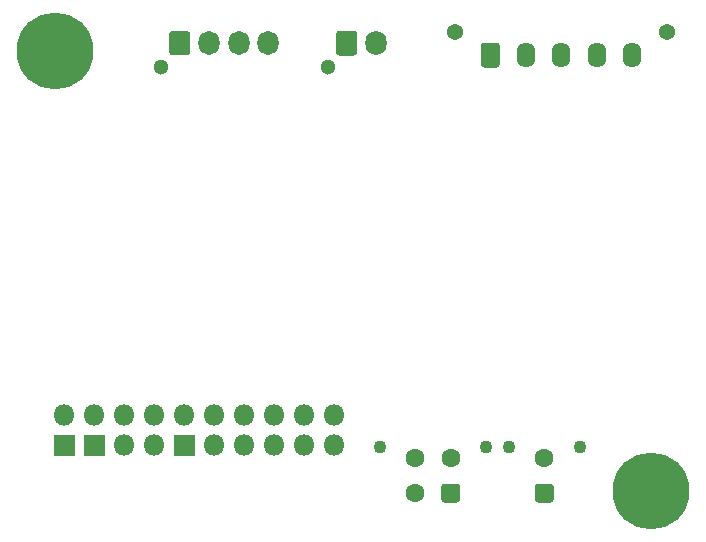
<source format=gbr>
%TF.GenerationSoftware,KiCad,Pcbnew,(5.1.12-1-10_14)*%
%TF.CreationDate,2022-04-05T22:08:35+02:00*%
%TF.ProjectId,SmartDisplay,536d6172-7444-4697-9370-6c61792e6b69,rev?*%
%TF.SameCoordinates,Original*%
%TF.FileFunction,Soldermask,Bot*%
%TF.FilePolarity,Negative*%
%FSLAX46Y46*%
G04 Gerber Fmt 4.6, Leading zero omitted, Abs format (unit mm)*
G04 Created by KiCad (PCBNEW (5.1.12-1-10_14)) date 2022-04-05 22:08:35*
%MOMM*%
%LPD*%
G01*
G04 APERTURE LIST*
%ADD10O,1.800000X1.800000*%
%ADD11C,1.300000*%
%ADD12O,1.800000X2.100000*%
%ADD13O,1.800000X2.050000*%
%ADD14O,1.600000X2.120000*%
%ADD15C,1.370000*%
%ADD16C,1.600000*%
%ADD17C,1.100000*%
%ADD18C,0.900000*%
%ADD19C,6.500000*%
G04 APERTURE END LIST*
D10*
%TO.C,J5*%
X139192000Y-111760000D03*
X139192000Y-114300000D03*
X136652000Y-111760000D03*
X136652000Y-114300000D03*
X134112000Y-111760000D03*
G36*
G01*
X134962000Y-115200000D02*
X133262000Y-115200000D01*
G75*
G02*
X133212000Y-115150000I0J50000D01*
G01*
X133212000Y-113450000D01*
G75*
G02*
X133262000Y-113400000I50000J0D01*
G01*
X134962000Y-113400000D01*
G75*
G02*
X135012000Y-113450000I0J-50000D01*
G01*
X135012000Y-115150000D01*
G75*
G02*
X134962000Y-115200000I-50000J0D01*
G01*
G37*
%TD*%
D11*
%TO.C,J2*%
X153888000Y-82264000D03*
D12*
X157988000Y-80264000D03*
G36*
G01*
X154588000Y-81049295D02*
X154588000Y-79478705D01*
G75*
G02*
X154852705Y-79214000I264705J0D01*
G01*
X156123295Y-79214000D01*
G75*
G02*
X156388000Y-79478705I0J-264705D01*
G01*
X156388000Y-81049295D01*
G75*
G02*
X156123295Y-81314000I-264705J0D01*
G01*
X154852705Y-81314000D01*
G75*
G02*
X154588000Y-81049295I0J264705D01*
G01*
G37*
%TD*%
D11*
%TO.C,J4*%
X139744000Y-82264000D03*
D13*
X148844000Y-80264000D03*
X146344000Y-80264000D03*
X143844000Y-80264000D03*
G36*
G01*
X140444000Y-81024295D02*
X140444000Y-79503705D01*
G75*
G02*
X140708705Y-79239000I264705J0D01*
G01*
X141979295Y-79239000D01*
G75*
G02*
X142244000Y-79503705I0J-264705D01*
G01*
X142244000Y-81024295D01*
G75*
G02*
X141979295Y-81289000I-264705J0D01*
G01*
X140708705Y-81289000D01*
G75*
G02*
X140444000Y-81024295I0J264705D01*
G01*
G37*
%TD*%
D10*
%TO.C,J3*%
X131572000Y-111760000D03*
G36*
G01*
X132422000Y-115200000D02*
X130722000Y-115200000D01*
G75*
G02*
X130672000Y-115150000I0J50000D01*
G01*
X130672000Y-113450000D01*
G75*
G02*
X130722000Y-113400000I50000J0D01*
G01*
X132422000Y-113400000D01*
G75*
G02*
X132472000Y-113450000I0J-50000D01*
G01*
X132472000Y-115150000D01*
G75*
G02*
X132422000Y-115200000I-50000J0D01*
G01*
G37*
%TD*%
D14*
%TO.C,J6*%
X179640000Y-81280000D03*
X176640000Y-81280000D03*
X173640000Y-81280000D03*
X170640000Y-81280000D03*
G36*
G01*
X166840000Y-82073334D02*
X166840000Y-80486666D01*
G75*
G02*
X167106666Y-80220000I266666J0D01*
G01*
X168173334Y-80220000D01*
G75*
G02*
X168440000Y-80486666I0J-266666D01*
G01*
X168440000Y-82073334D01*
G75*
G02*
X168173334Y-82340000I-266666J0D01*
G01*
X167106666Y-82340000D01*
G75*
G02*
X166840000Y-82073334I0J266666D01*
G01*
G37*
D15*
X182640000Y-79320000D03*
X164640000Y-79320000D03*
%TD*%
D10*
%TO.C,J7*%
X154432000Y-111760000D03*
X154432000Y-114300000D03*
X151892000Y-111760000D03*
X151892000Y-114300000D03*
X149352000Y-111760000D03*
X149352000Y-114300000D03*
X146812000Y-111760000D03*
X146812000Y-114300000D03*
X144272000Y-111760000D03*
X144272000Y-114300000D03*
X141732000Y-111760000D03*
G36*
G01*
X142582000Y-115200000D02*
X140882000Y-115200000D01*
G75*
G02*
X140832000Y-115150000I0J50000D01*
G01*
X140832000Y-113450000D01*
G75*
G02*
X140882000Y-113400000I50000J0D01*
G01*
X142582000Y-113400000D01*
G75*
G02*
X142632000Y-113450000I0J-50000D01*
G01*
X142632000Y-115150000D01*
G75*
G02*
X142582000Y-115200000I-50000J0D01*
G01*
G37*
%TD*%
D16*
%TO.C,J8*%
X172212000Y-115364000D03*
G36*
G01*
X173012000Y-117830666D02*
X173012000Y-118897334D01*
G75*
G02*
X172745334Y-119164000I-266666J0D01*
G01*
X171678666Y-119164000D01*
G75*
G02*
X171412000Y-118897334I0J266666D01*
G01*
X171412000Y-117830666D01*
G75*
G02*
X171678666Y-117564000I266666J0D01*
G01*
X172745334Y-117564000D01*
G75*
G02*
X173012000Y-117830666I0J-266666D01*
G01*
G37*
D17*
X169212000Y-114424000D03*
X175212000Y-114424000D03*
%TD*%
D18*
%TO.C,H2*%
X182972112Y-116459000D03*
X181275056Y-115756056D03*
X179578000Y-116459000D03*
X178875056Y-118156056D03*
X179578000Y-119853112D03*
X181275056Y-120556056D03*
X182972112Y-119853112D03*
X183675056Y-118156056D03*
D19*
X181275056Y-118156056D03*
%TD*%
D18*
%TO.C,H1*%
X132507056Y-79201944D03*
X130810000Y-78499000D03*
X129112944Y-79201944D03*
X128410000Y-80899000D03*
X129112944Y-82596056D03*
X130810000Y-83299000D03*
X132507056Y-82596056D03*
X133210000Y-80899000D03*
D19*
X130810000Y-80899000D03*
%TD*%
D16*
%TO.C,J1*%
X161290000Y-115364000D03*
X164290000Y-115364000D03*
X161290000Y-118364000D03*
G36*
G01*
X165090000Y-117830666D02*
X165090000Y-118897334D01*
G75*
G02*
X164823334Y-119164000I-266666J0D01*
G01*
X163756666Y-119164000D01*
G75*
G02*
X163490000Y-118897334I0J266666D01*
G01*
X163490000Y-117830666D01*
G75*
G02*
X163756666Y-117564000I266666J0D01*
G01*
X164823334Y-117564000D01*
G75*
G02*
X165090000Y-117830666I0J-266666D01*
G01*
G37*
D17*
X158290000Y-114424000D03*
X167290000Y-114424000D03*
%TD*%
M02*

</source>
